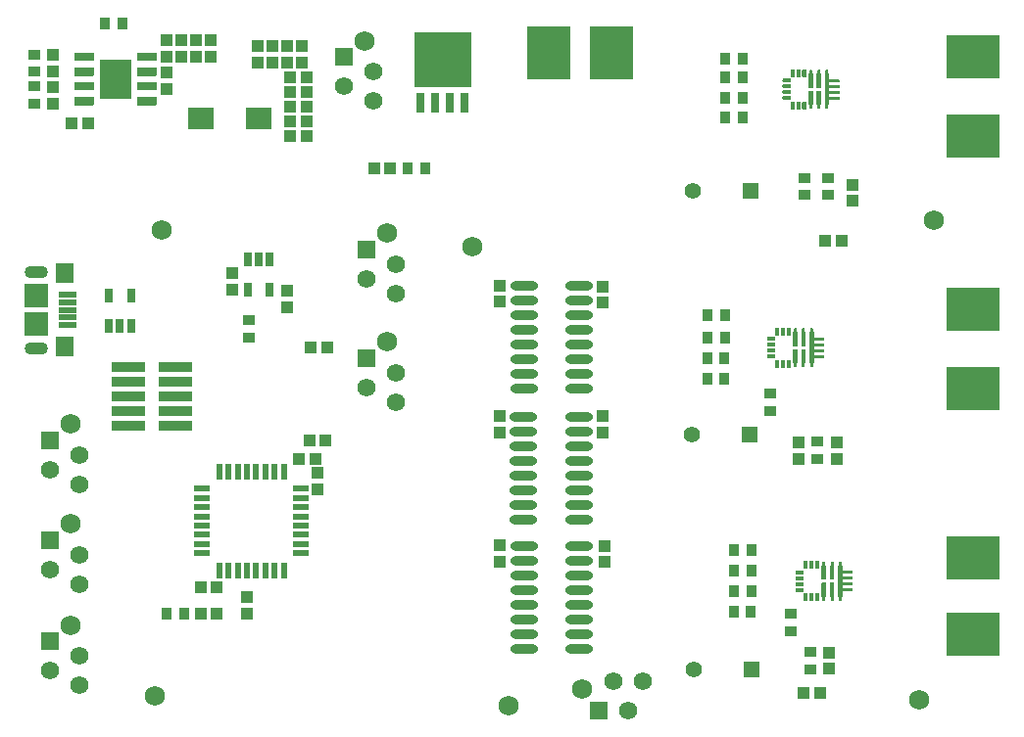
<source format=gts>
G04*
G04 #@! TF.GenerationSoftware,Altium Limited,Altium Designer,21.9.1 (22)*
G04*
G04 Layer_Color=8388736*
%FSLAX42Y42*%
%MOMM*%
G71*
G04*
G04 #@! TF.SameCoordinates,B3A7D64E-7091-44AA-A069-5FD8CBDAA8E7*
G04*
G04*
G04 #@! TF.FilePolarity,Negative*
G04*
G01*
G75*
%ADD24R,1.36X0.50*%
%ADD25R,0.50X1.36*%
%ADD37R,0.70X0.35*%
%ADD38R,0.35X0.70*%
%ADD39R,1.55X0.60*%
%ADD40R,1.60X1.80*%
%ADD41R,2.10X2.10*%
%ADD42R,2.20X1.90*%
%ADD43R,2.90X0.84*%
%ADD44R,0.80X1.20*%
%ADD45R,1.00X1.10*%
%ADD46R,1.10X1.00*%
%ADD47R,0.80X1.82*%
%ADD48R,5.00X4.78*%
%ADD49R,0.90X1.10*%
%ADD50R,1.10X0.90*%
%ADD51R,4.65X3.76*%
%ADD52O,2.40X0.80*%
%ADD53R,3.76X4.65*%
%ADD54O,2.00X1.10*%
%ADD55C,1.73*%
%ADD56R,1.56X1.56*%
%ADD57C,1.56*%
%ADD58C,1.75*%
%ADD59C,1.40*%
%ADD60R,1.40X1.40*%
%ADD61R,1.56X1.56*%
G36*
X3719Y8801D02*
X3720Y8801D01*
X3720Y8801D01*
X3720Y8801D01*
X3720Y8801D01*
X3721Y8801D01*
X3721Y8801D01*
X3721Y8801D01*
X3721Y8801D01*
X3722Y8801D01*
X3722Y8801D01*
X3722Y8801D01*
X3722Y8800D01*
X3722Y8800D01*
X3723Y8800D01*
X3723Y8800D01*
X3723Y8800D01*
X3723Y8799D01*
X3723Y8799D01*
X3723Y8799D01*
X3724Y8799D01*
X3724Y8799D01*
X3724Y8798D01*
X3724Y8798D01*
X3724Y8798D01*
X3724Y8798D01*
X3724Y8797D01*
X3724Y8797D01*
X3724Y8797D01*
X3724Y8796D01*
Y8732D01*
X3724Y8732D01*
X3724Y8732D01*
X3724Y8732D01*
X3724Y8731D01*
X3724Y8731D01*
X3724Y8731D01*
X3724Y8731D01*
X3724Y8730D01*
X3724Y8730D01*
X3723Y8730D01*
X3723Y8730D01*
X3723Y8730D01*
X3723Y8729D01*
X3723Y8729D01*
X3723Y8729D01*
X3722Y8729D01*
X3722Y8729D01*
X3722Y8728D01*
X3722Y8728D01*
X3722Y8728D01*
X3721Y8728D01*
X3721Y8728D01*
X3721Y8728D01*
X3721Y8728D01*
X3720Y8728D01*
X3720Y8728D01*
X3720Y8728D01*
X3720Y8728D01*
X3719Y8728D01*
X3719Y8728D01*
X3560D01*
X3560Y8728D01*
X3560Y8728D01*
X3559Y8728D01*
X3559Y8728D01*
X3559Y8728D01*
X3559Y8728D01*
X3558Y8728D01*
X3558Y8728D01*
X3558Y8728D01*
X3558Y8728D01*
X3557Y8728D01*
X3557Y8728D01*
X3557Y8729D01*
X3557Y8729D01*
X3557Y8729D01*
X3556Y8729D01*
X3556Y8729D01*
X3556Y8730D01*
X3556Y8730D01*
X3556Y8730D01*
X3556Y8730D01*
X3555Y8730D01*
X3555Y8731D01*
X3555Y8731D01*
X3555Y8731D01*
X3555Y8731D01*
X3555Y8732D01*
X3555Y8732D01*
X3555Y8732D01*
X3555Y8732D01*
Y8796D01*
X3555Y8797D01*
X3555Y8797D01*
X3555Y8797D01*
X3555Y8798D01*
X3555Y8798D01*
X3555Y8798D01*
X3555Y8798D01*
X3555Y8799D01*
X3556Y8799D01*
X3556Y8799D01*
X3556Y8799D01*
X3556Y8799D01*
X3556Y8800D01*
X3556Y8800D01*
X3557Y8800D01*
X3557Y8800D01*
X3557Y8800D01*
X3557Y8801D01*
X3557Y8801D01*
X3558Y8801D01*
X3558Y8801D01*
X3558Y8801D01*
X3558Y8801D01*
X3559Y8801D01*
X3559Y8801D01*
X3559Y8801D01*
X3559Y8801D01*
X3560Y8801D01*
X3560Y8801D01*
X3560Y8801D01*
X3719D01*
X3719Y8801D01*
D02*
G37*
G36*
X3179D02*
X3180Y8801D01*
X3180Y8801D01*
X3180Y8801D01*
X3180Y8801D01*
X3181Y8801D01*
X3181Y8801D01*
X3181Y8801D01*
X3181Y8801D01*
X3182Y8801D01*
X3182Y8801D01*
X3182Y8801D01*
X3182Y8800D01*
X3182Y8800D01*
X3183Y8800D01*
X3183Y8800D01*
X3183Y8800D01*
X3183Y8799D01*
X3183Y8799D01*
X3183Y8799D01*
X3184Y8799D01*
X3184Y8799D01*
X3184Y8798D01*
X3184Y8798D01*
X3184Y8798D01*
X3184Y8798D01*
X3184Y8797D01*
X3184Y8797D01*
X3184Y8797D01*
X3184Y8796D01*
Y8732D01*
X3184Y8732D01*
X3184Y8732D01*
X3184Y8732D01*
X3184Y8731D01*
X3184Y8731D01*
X3184Y8731D01*
X3184Y8731D01*
X3184Y8730D01*
X3184Y8730D01*
X3183Y8730D01*
X3183Y8730D01*
X3183Y8730D01*
X3183Y8729D01*
X3183Y8729D01*
X3183Y8729D01*
X3182Y8729D01*
X3182Y8729D01*
X3182Y8728D01*
X3182Y8728D01*
X3182Y8728D01*
X3181Y8728D01*
X3181Y8728D01*
X3181Y8728D01*
X3181Y8728D01*
X3180Y8728D01*
X3180Y8728D01*
X3180Y8728D01*
X3180Y8728D01*
X3179Y8728D01*
X3179Y8728D01*
X3020D01*
X3020Y8728D01*
X3020Y8728D01*
X3019Y8728D01*
X3019Y8728D01*
X3019Y8728D01*
X3019Y8728D01*
X3018Y8728D01*
X3018Y8728D01*
X3018Y8728D01*
X3018Y8728D01*
X3017Y8728D01*
X3017Y8728D01*
X3017Y8729D01*
X3017Y8729D01*
X3017Y8729D01*
X3016Y8729D01*
X3016Y8729D01*
X3016Y8730D01*
X3016Y8730D01*
X3016Y8730D01*
X3016Y8730D01*
X3015Y8730D01*
X3015Y8731D01*
X3015Y8731D01*
X3015Y8731D01*
X3015Y8731D01*
X3015Y8732D01*
X3015Y8732D01*
X3015Y8732D01*
X3015Y8732D01*
Y8796D01*
X3015Y8797D01*
X3015Y8797D01*
X3015Y8797D01*
X3015Y8798D01*
X3015Y8798D01*
X3015Y8798D01*
X3015Y8798D01*
X3015Y8799D01*
X3016Y8799D01*
X3016Y8799D01*
X3016Y8799D01*
X3016Y8799D01*
X3016Y8800D01*
X3016Y8800D01*
X3017Y8800D01*
X3017Y8800D01*
X3017Y8800D01*
X3017Y8801D01*
X3017Y8801D01*
X3018Y8801D01*
X3018Y8801D01*
X3018Y8801D01*
X3018Y8801D01*
X3019Y8801D01*
X3019Y8801D01*
X3019Y8801D01*
X3019Y8801D01*
X3020Y8801D01*
X3020Y8801D01*
X3020Y8801D01*
X3179D01*
X3179Y8801D01*
D02*
G37*
G36*
X3719Y8674D02*
X3720Y8674D01*
X3720Y8674D01*
X3720Y8674D01*
X3720Y8674D01*
X3721Y8674D01*
X3721Y8674D01*
X3721Y8674D01*
X3721Y8674D01*
X3722Y8674D01*
X3722Y8674D01*
X3722Y8674D01*
X3722Y8673D01*
X3722Y8673D01*
X3723Y8673D01*
X3723Y8673D01*
X3723Y8673D01*
X3723Y8672D01*
X3723Y8672D01*
X3723Y8672D01*
X3724Y8672D01*
X3724Y8672D01*
X3724Y8671D01*
X3724Y8671D01*
X3724Y8671D01*
X3724Y8671D01*
X3724Y8670D01*
X3724Y8670D01*
X3724Y8670D01*
X3724Y8669D01*
Y8606D01*
X3724Y8605D01*
X3724Y8605D01*
X3724Y8605D01*
X3724Y8604D01*
X3724Y8604D01*
X3724Y8604D01*
X3724Y8604D01*
X3724Y8603D01*
X3724Y8603D01*
X3723Y8603D01*
X3723Y8603D01*
X3723Y8603D01*
X3723Y8602D01*
X3723Y8602D01*
X3723Y8602D01*
X3722Y8602D01*
X3722Y8602D01*
X3722Y8601D01*
X3722Y8601D01*
X3722Y8601D01*
X3721Y8601D01*
X3721Y8601D01*
X3721Y8601D01*
X3721Y8601D01*
X3720Y8601D01*
X3720Y8601D01*
X3720Y8601D01*
X3720Y8601D01*
X3719Y8601D01*
X3719Y8600D01*
X3560D01*
X3560Y8601D01*
X3560Y8601D01*
X3559Y8601D01*
X3559Y8601D01*
X3559Y8601D01*
X3559Y8601D01*
X3558Y8601D01*
X3558Y8601D01*
X3558Y8601D01*
X3558Y8601D01*
X3557Y8601D01*
X3557Y8601D01*
X3557Y8602D01*
X3557Y8602D01*
X3557Y8602D01*
X3556Y8602D01*
X3556Y8602D01*
X3556Y8603D01*
X3556Y8603D01*
X3556Y8603D01*
X3556Y8603D01*
X3555Y8603D01*
X3555Y8604D01*
X3555Y8604D01*
X3555Y8604D01*
X3555Y8604D01*
X3555Y8605D01*
X3555Y8605D01*
X3555Y8605D01*
X3555Y8606D01*
Y8669D01*
X3555Y8670D01*
X3555Y8670D01*
X3555Y8670D01*
X3555Y8671D01*
X3555Y8671D01*
X3555Y8671D01*
X3555Y8671D01*
X3555Y8672D01*
X3556Y8672D01*
X3556Y8672D01*
X3556Y8672D01*
X3556Y8672D01*
X3556Y8673D01*
X3556Y8673D01*
X3557Y8673D01*
X3557Y8673D01*
X3557Y8673D01*
X3557Y8674D01*
X3557Y8674D01*
X3558Y8674D01*
X3558Y8674D01*
X3558Y8674D01*
X3558Y8674D01*
X3559Y8674D01*
X3559Y8674D01*
X3559Y8674D01*
X3559Y8674D01*
X3560Y8674D01*
X3560Y8674D01*
X3560Y8675D01*
X3719D01*
X3719Y8674D01*
D02*
G37*
G36*
X3179D02*
X3180Y8674D01*
X3180Y8674D01*
X3180Y8674D01*
X3180Y8674D01*
X3181Y8674D01*
X3181Y8674D01*
X3181Y8674D01*
X3181Y8674D01*
X3182Y8674D01*
X3182Y8674D01*
X3182Y8674D01*
X3182Y8673D01*
X3182Y8673D01*
X3183Y8673D01*
X3183Y8673D01*
X3183Y8673D01*
X3183Y8672D01*
X3183Y8672D01*
X3183Y8672D01*
X3184Y8672D01*
X3184Y8672D01*
X3184Y8671D01*
X3184Y8671D01*
X3184Y8671D01*
X3184Y8671D01*
X3184Y8670D01*
X3184Y8670D01*
X3184Y8670D01*
X3184Y8669D01*
Y8606D01*
X3184Y8605D01*
X3184Y8605D01*
X3184Y8605D01*
X3184Y8604D01*
X3184Y8604D01*
X3184Y8604D01*
X3184Y8604D01*
X3184Y8603D01*
X3184Y8603D01*
X3183Y8603D01*
X3183Y8603D01*
X3183Y8603D01*
X3183Y8602D01*
X3183Y8602D01*
X3183Y8602D01*
X3182Y8602D01*
X3182Y8602D01*
X3182Y8601D01*
X3182Y8601D01*
X3182Y8601D01*
X3181Y8601D01*
X3181Y8601D01*
X3181Y8601D01*
X3181Y8601D01*
X3180Y8601D01*
X3180Y8601D01*
X3180Y8601D01*
X3180Y8601D01*
X3179Y8601D01*
X3179Y8600D01*
X3020D01*
X3020Y8601D01*
X3020Y8601D01*
X3019Y8601D01*
X3019Y8601D01*
X3019Y8601D01*
X3019Y8601D01*
X3018Y8601D01*
X3018Y8601D01*
X3018Y8601D01*
X3018Y8601D01*
X3017Y8601D01*
X3017Y8601D01*
X3017Y8602D01*
X3017Y8602D01*
X3017Y8602D01*
X3016Y8602D01*
X3016Y8602D01*
X3016Y8603D01*
X3016Y8603D01*
X3016Y8603D01*
X3016Y8603D01*
X3015Y8603D01*
X3015Y8604D01*
X3015Y8604D01*
X3015Y8604D01*
X3015Y8604D01*
X3015Y8605D01*
X3015Y8605D01*
X3015Y8605D01*
X3015Y8606D01*
Y8669D01*
X3015Y8670D01*
X3015Y8670D01*
X3015Y8670D01*
X3015Y8671D01*
X3015Y8671D01*
X3015Y8671D01*
X3015Y8671D01*
X3015Y8672D01*
X3016Y8672D01*
X3016Y8672D01*
X3016Y8672D01*
X3016Y8672D01*
X3016Y8673D01*
X3016Y8673D01*
X3017Y8673D01*
X3017Y8673D01*
X3017Y8673D01*
X3017Y8674D01*
X3017Y8674D01*
X3018Y8674D01*
X3018Y8674D01*
X3018Y8674D01*
X3018Y8674D01*
X3019Y8674D01*
X3019Y8674D01*
X3019Y8674D01*
X3019Y8674D01*
X3020Y8674D01*
X3020Y8674D01*
X3020Y8675D01*
X3179D01*
X3179Y8674D01*
D02*
G37*
G36*
X9338Y8649D02*
Y8599D01*
X9328Y8589D01*
X9313D01*
X9303Y8599D01*
Y8649D01*
X9313Y8659D01*
X9328D01*
X9338Y8649D01*
D02*
G37*
G36*
X9288D02*
Y8599D01*
X9278Y8589D01*
X9263D01*
X9253Y8599D01*
Y8649D01*
X9263Y8659D01*
X9278D01*
X9288Y8649D01*
D02*
G37*
G36*
X9238D02*
Y8599D01*
X9228Y8589D01*
X9213D01*
X9203Y8599D01*
Y8649D01*
X9213Y8659D01*
X9228D01*
X9238Y8649D01*
D02*
G37*
G36*
X9203Y8566D02*
Y8551D01*
X9193Y8541D01*
X9143D01*
X9133Y8551D01*
Y8566D01*
X9143Y8576D01*
X9193D01*
X9203Y8566D01*
D02*
G37*
G36*
X9461Y8649D02*
X9461Y8619D01*
X9468D01*
Y8501D01*
X9463Y8496D01*
X9433Y8496D01*
X9428Y8501D01*
Y8619D01*
X9436D01*
Y8649D01*
X9441Y8654D01*
X9456D01*
X9461Y8649D01*
D02*
G37*
G36*
X9391D02*
Y8619D01*
X9398D01*
X9398Y8501D01*
X9393Y8496D01*
X9363Y8496D01*
X9358Y8501D01*
Y8619D01*
X9366D01*
Y8649D01*
X9371Y8654D01*
X9386D01*
X9391Y8649D01*
D02*
G37*
G36*
X9203Y8516D02*
Y8501D01*
X9193Y8491D01*
X9143D01*
X9133Y8501D01*
Y8516D01*
X9143Y8526D01*
X9193D01*
X9203Y8516D01*
D02*
G37*
G36*
X3719Y8547D02*
X3720Y8547D01*
X3720Y8547D01*
X3720Y8547D01*
X3720Y8547D01*
X3721Y8547D01*
X3721Y8547D01*
X3721Y8547D01*
X3721Y8547D01*
X3722Y8547D01*
X3722Y8547D01*
X3722Y8547D01*
X3722Y8546D01*
X3722Y8546D01*
X3723Y8546D01*
X3723Y8546D01*
X3723Y8546D01*
X3723Y8545D01*
X3723Y8545D01*
X3723Y8545D01*
X3724Y8545D01*
X3724Y8545D01*
X3724Y8544D01*
X3724Y8544D01*
X3724Y8544D01*
X3724Y8544D01*
X3724Y8543D01*
X3724Y8543D01*
X3724Y8543D01*
X3724Y8543D01*
Y8479D01*
X3724Y8478D01*
X3724Y8478D01*
X3724Y8478D01*
X3724Y8477D01*
X3724Y8477D01*
X3724Y8477D01*
X3724Y8477D01*
X3724Y8476D01*
X3724Y8476D01*
X3723Y8476D01*
X3723Y8476D01*
X3723Y8476D01*
X3723Y8475D01*
X3723Y8475D01*
X3723Y8475D01*
X3722Y8475D01*
X3722Y8475D01*
X3722Y8474D01*
X3722Y8474D01*
X3722Y8474D01*
X3721Y8474D01*
X3721Y8474D01*
X3721Y8474D01*
X3721Y8474D01*
X3720Y8474D01*
X3720Y8474D01*
X3720Y8474D01*
X3720Y8474D01*
X3719Y8474D01*
X3719Y8474D01*
X3560D01*
X3560Y8474D01*
X3560Y8474D01*
X3559Y8474D01*
X3559Y8474D01*
X3559Y8474D01*
X3559Y8474D01*
X3558Y8474D01*
X3558Y8474D01*
X3558Y8474D01*
X3558Y8474D01*
X3557Y8474D01*
X3557Y8474D01*
X3557Y8475D01*
X3557Y8475D01*
X3557Y8475D01*
X3556Y8475D01*
X3556Y8475D01*
X3556Y8476D01*
X3556Y8476D01*
X3556Y8476D01*
X3556Y8476D01*
X3555Y8476D01*
X3555Y8477D01*
X3555Y8477D01*
X3555Y8477D01*
X3555Y8477D01*
X3555Y8478D01*
X3555Y8478D01*
X3555Y8478D01*
X3555Y8479D01*
Y8543D01*
X3555Y8543D01*
X3555Y8543D01*
X3555Y8543D01*
X3555Y8544D01*
X3555Y8544D01*
X3555Y8544D01*
X3555Y8544D01*
X3555Y8545D01*
X3556Y8545D01*
X3556Y8545D01*
X3556Y8545D01*
X3556Y8545D01*
X3556Y8546D01*
X3556Y8546D01*
X3557Y8546D01*
X3557Y8546D01*
X3557Y8546D01*
X3557Y8547D01*
X3557Y8547D01*
X3558Y8547D01*
X3558Y8547D01*
X3558Y8547D01*
X3558Y8547D01*
X3559Y8547D01*
X3559Y8547D01*
X3559Y8547D01*
X3559Y8547D01*
X3560Y8547D01*
X3560Y8547D01*
X3560Y8547D01*
X3719D01*
X3719Y8547D01*
D02*
G37*
G36*
X3179D02*
X3180Y8547D01*
X3180Y8547D01*
X3180Y8547D01*
X3180Y8547D01*
X3181Y8547D01*
X3181Y8547D01*
X3181Y8547D01*
X3181Y8547D01*
X3182Y8547D01*
X3182Y8547D01*
X3182Y8547D01*
X3182Y8546D01*
X3182Y8546D01*
X3183Y8546D01*
X3183Y8546D01*
X3183Y8546D01*
X3183Y8545D01*
X3183Y8545D01*
X3183Y8545D01*
X3184Y8545D01*
X3184Y8545D01*
X3184Y8544D01*
X3184Y8544D01*
X3184Y8544D01*
X3184Y8544D01*
X3184Y8543D01*
X3184Y8543D01*
X3184Y8543D01*
X3184Y8543D01*
Y8479D01*
X3184Y8478D01*
X3184Y8478D01*
X3184Y8478D01*
X3184Y8477D01*
X3184Y8477D01*
X3184Y8477D01*
X3184Y8477D01*
X3184Y8476D01*
X3184Y8476D01*
X3183Y8476D01*
X3183Y8476D01*
X3183Y8476D01*
X3183Y8475D01*
X3183Y8475D01*
X3183Y8475D01*
X3182Y8475D01*
X3182Y8475D01*
X3182Y8474D01*
X3182Y8474D01*
X3182Y8474D01*
X3181Y8474D01*
X3181Y8474D01*
X3181Y8474D01*
X3181Y8474D01*
X3180Y8474D01*
X3180Y8474D01*
X3180Y8474D01*
X3180Y8474D01*
X3179Y8474D01*
X3179Y8474D01*
X3020D01*
X3020Y8474D01*
X3020Y8474D01*
X3019Y8474D01*
X3019Y8474D01*
X3019Y8474D01*
X3019Y8474D01*
X3018Y8474D01*
X3018Y8474D01*
X3018Y8474D01*
X3018Y8474D01*
X3017Y8474D01*
X3017Y8474D01*
X3017Y8475D01*
X3017Y8475D01*
X3017Y8475D01*
X3016Y8475D01*
X3016Y8475D01*
X3016Y8476D01*
X3016Y8476D01*
X3016Y8476D01*
X3016Y8476D01*
X3015Y8476D01*
X3015Y8477D01*
X3015Y8477D01*
X3015Y8477D01*
X3015Y8477D01*
X3015Y8478D01*
X3015Y8478D01*
X3015Y8478D01*
X3015Y8479D01*
Y8543D01*
X3015Y8543D01*
X3015Y8543D01*
X3015Y8543D01*
X3015Y8544D01*
X3015Y8544D01*
X3015Y8544D01*
X3015Y8544D01*
X3015Y8545D01*
X3016Y8545D01*
X3016Y8545D01*
X3016Y8545D01*
X3016Y8545D01*
X3016Y8546D01*
X3016Y8546D01*
X3017Y8546D01*
X3017Y8546D01*
X3017Y8546D01*
X3017Y8547D01*
X3017Y8547D01*
X3018Y8547D01*
X3018Y8547D01*
X3018Y8547D01*
X3018Y8547D01*
X3019Y8547D01*
X3019Y8547D01*
X3019Y8547D01*
X3019Y8547D01*
X3020Y8547D01*
X3020Y8547D01*
X3020Y8547D01*
X3179D01*
X3179Y8547D01*
D02*
G37*
G36*
X9203Y8466D02*
Y8451D01*
X9193Y8441D01*
X9143D01*
X9133Y8451D01*
Y8466D01*
X9143Y8476D01*
X9193D01*
X9203Y8466D01*
D02*
G37*
G36*
X3505Y8404D02*
X3234D01*
Y8744D01*
X3505D01*
Y8404D01*
D02*
G37*
G36*
X9203Y8416D02*
Y8401D01*
X9193Y8391D01*
X9143D01*
X9133Y8401D01*
Y8416D01*
X9143Y8426D01*
X9193D01*
X9203Y8416D01*
D02*
G37*
G36*
X3719Y8420D02*
X3720Y8420D01*
X3720Y8420D01*
X3720Y8420D01*
X3720Y8420D01*
X3721Y8420D01*
X3721Y8420D01*
X3721Y8420D01*
X3721Y8420D01*
X3722Y8420D01*
X3722Y8420D01*
X3722Y8420D01*
X3722Y8419D01*
X3722Y8419D01*
X3723Y8419D01*
X3723Y8419D01*
X3723Y8419D01*
X3723Y8418D01*
X3723Y8418D01*
X3723Y8418D01*
X3724Y8418D01*
X3724Y8418D01*
X3724Y8417D01*
X3724Y8417D01*
X3724Y8417D01*
X3724Y8417D01*
X3724Y8416D01*
X3724Y8416D01*
X3724Y8416D01*
X3724Y8415D01*
Y8351D01*
X3724Y8351D01*
X3724Y8351D01*
X3724Y8351D01*
X3724Y8350D01*
X3724Y8350D01*
X3724Y8350D01*
X3724Y8350D01*
X3724Y8349D01*
X3724Y8349D01*
X3723Y8349D01*
X3723Y8349D01*
X3723Y8349D01*
X3723Y8348D01*
X3723Y8348D01*
X3723Y8348D01*
X3722Y8348D01*
X3722Y8348D01*
X3722Y8347D01*
X3722Y8347D01*
X3722Y8347D01*
X3721Y8347D01*
X3721Y8347D01*
X3721Y8347D01*
X3721Y8347D01*
X3720Y8347D01*
X3720Y8347D01*
X3720Y8347D01*
X3720Y8347D01*
X3719Y8347D01*
X3719Y8346D01*
X3560D01*
X3560Y8347D01*
X3560Y8347D01*
X3559Y8347D01*
X3559Y8347D01*
X3559Y8347D01*
X3559Y8347D01*
X3558Y8347D01*
X3558Y8347D01*
X3558Y8347D01*
X3558Y8347D01*
X3557Y8347D01*
X3557Y8347D01*
X3557Y8348D01*
X3557Y8348D01*
X3557Y8348D01*
X3556Y8348D01*
X3556Y8348D01*
X3556Y8349D01*
X3556Y8349D01*
X3556Y8349D01*
X3556Y8349D01*
X3555Y8349D01*
X3555Y8350D01*
X3555Y8350D01*
X3555Y8350D01*
X3555Y8350D01*
X3555Y8351D01*
X3555Y8351D01*
X3555Y8351D01*
X3555Y8351D01*
Y8415D01*
X3555Y8416D01*
X3555Y8416D01*
X3555Y8416D01*
X3555Y8417D01*
X3555Y8417D01*
X3555Y8417D01*
X3555Y8417D01*
X3555Y8418D01*
X3556Y8418D01*
X3556Y8418D01*
X3556Y8418D01*
X3556Y8418D01*
X3556Y8419D01*
X3556Y8419D01*
X3557Y8419D01*
X3557Y8419D01*
X3557Y8419D01*
X3557Y8420D01*
X3557Y8420D01*
X3558Y8420D01*
X3558Y8420D01*
X3558Y8420D01*
X3558Y8420D01*
X3559Y8420D01*
X3559Y8420D01*
X3559Y8420D01*
X3559Y8420D01*
X3560Y8420D01*
X3560Y8420D01*
X3560Y8421D01*
X3719D01*
X3719Y8420D01*
D02*
G37*
G36*
X3179D02*
X3180Y8420D01*
X3180Y8420D01*
X3180Y8420D01*
X3180Y8420D01*
X3181Y8420D01*
X3181Y8420D01*
X3181Y8420D01*
X3181Y8420D01*
X3182Y8420D01*
X3182Y8420D01*
X3182Y8420D01*
X3182Y8419D01*
X3182Y8419D01*
X3183Y8419D01*
X3183Y8419D01*
X3183Y8419D01*
X3183Y8418D01*
X3183Y8418D01*
X3183Y8418D01*
X3184Y8418D01*
X3184Y8418D01*
X3184Y8417D01*
X3184Y8417D01*
X3184Y8417D01*
X3184Y8417D01*
X3184Y8416D01*
X3184Y8416D01*
X3184Y8416D01*
X3184Y8415D01*
Y8351D01*
X3184Y8351D01*
X3184Y8351D01*
X3184Y8351D01*
X3184Y8350D01*
X3184Y8350D01*
X3184Y8350D01*
X3184Y8350D01*
X3184Y8349D01*
X3184Y8349D01*
X3183Y8349D01*
X3183Y8349D01*
X3183Y8349D01*
X3183Y8348D01*
X3183Y8348D01*
X3183Y8348D01*
X3182Y8348D01*
X3182Y8348D01*
X3182Y8347D01*
X3182Y8347D01*
X3182Y8347D01*
X3181Y8347D01*
X3181Y8347D01*
X3181Y8347D01*
X3181Y8347D01*
X3180Y8347D01*
X3180Y8347D01*
X3180Y8347D01*
X3180Y8347D01*
X3179Y8347D01*
X3179Y8346D01*
X3020D01*
X3020Y8347D01*
X3020Y8347D01*
X3019Y8347D01*
X3019Y8347D01*
X3019Y8347D01*
X3019Y8347D01*
X3018Y8347D01*
X3018Y8347D01*
X3018Y8347D01*
X3018Y8347D01*
X3017Y8347D01*
X3017Y8347D01*
X3017Y8348D01*
X3017Y8348D01*
X3017Y8348D01*
X3016Y8348D01*
X3016Y8348D01*
X3016Y8349D01*
X3016Y8349D01*
X3016Y8349D01*
X3016Y8349D01*
X3015Y8349D01*
X3015Y8350D01*
X3015Y8350D01*
X3015Y8350D01*
X3015Y8350D01*
X3015Y8351D01*
X3015Y8351D01*
X3015Y8351D01*
X3015Y8351D01*
Y8415D01*
X3015Y8416D01*
X3015Y8416D01*
X3015Y8416D01*
X3015Y8417D01*
X3015Y8417D01*
X3015Y8417D01*
X3015Y8417D01*
X3015Y8418D01*
X3016Y8418D01*
X3016Y8418D01*
X3016Y8418D01*
X3016Y8418D01*
X3016Y8419D01*
X3016Y8419D01*
X3017Y8419D01*
X3017Y8419D01*
X3017Y8419D01*
X3017Y8420D01*
X3017Y8420D01*
X3018Y8420D01*
X3018Y8420D01*
X3018Y8420D01*
X3018Y8420D01*
X3019Y8420D01*
X3019Y8420D01*
X3019Y8420D01*
X3019Y8420D01*
X3020Y8420D01*
X3020Y8420D01*
X3020Y8421D01*
X3179D01*
X3179Y8420D01*
D02*
G37*
G36*
X9463Y8471D02*
X9468Y8466D01*
Y8349D01*
X9461D01*
Y8319D01*
X9456Y8314D01*
X9441D01*
X9436Y8319D01*
X9436Y8349D01*
X9428D01*
Y8466D01*
X9433Y8471D01*
X9463Y8471D01*
D02*
G37*
G36*
X9531Y8649D02*
Y8619D01*
X9538D01*
Y8571D01*
X9623D01*
X9628Y8566D01*
Y8551D01*
X9623Y8546D01*
X9538D01*
Y8521D01*
X9623D01*
X9628Y8516D01*
Y8501D01*
X9623Y8496D01*
X9538D01*
Y8471D01*
X9623D01*
X9628Y8466D01*
Y8451D01*
X9623Y8446D01*
X9538D01*
Y8421D01*
X9623D01*
X9628Y8416D01*
Y8401D01*
X9623Y8396D01*
X9538D01*
Y8349D01*
X9531D01*
Y8319D01*
X9526Y8314D01*
X9511D01*
X9506Y8319D01*
Y8349D01*
X9498D01*
Y8619D01*
X9506D01*
X9506Y8649D01*
X9511Y8654D01*
X9526D01*
X9531Y8649D01*
D02*
G37*
G36*
X9393Y8471D02*
X9398Y8466D01*
Y8349D01*
X9391D01*
X9391Y8319D01*
X9386Y8314D01*
X9371D01*
X9366Y8319D01*
X9366Y8349D01*
X9358D01*
Y8466D01*
X9363Y8471D01*
X9393Y8471D01*
D02*
G37*
G36*
X9338Y8369D02*
Y8319D01*
X9328Y8309D01*
X9313D01*
X9303Y8319D01*
Y8369D01*
X9313Y8379D01*
X9328D01*
X9338Y8369D01*
D02*
G37*
G36*
X9288D02*
Y8319D01*
X9278Y8309D01*
X9263D01*
X9253Y8319D01*
Y8369D01*
X9263Y8379D01*
X9278D01*
X9288Y8369D01*
D02*
G37*
G36*
X9238D02*
Y8319D01*
X9228Y8309D01*
X9213D01*
X9203Y8319D01*
Y8369D01*
X9213Y8379D01*
X9228D01*
X9238Y8369D01*
D02*
G37*
G36*
X9206Y6413D02*
Y6363D01*
X9196Y6353D01*
X9181D01*
X9171Y6363D01*
Y6413D01*
X9181Y6423D01*
X9196D01*
X9206Y6413D01*
D02*
G37*
G36*
X9156D02*
Y6363D01*
X9146Y6353D01*
X9131D01*
X9121Y6363D01*
Y6413D01*
X9131Y6423D01*
X9146D01*
X9156Y6413D01*
D02*
G37*
G36*
X9106D02*
Y6363D01*
X9096Y6353D01*
X9081D01*
X9071Y6363D01*
Y6413D01*
X9081Y6423D01*
X9096D01*
X9106Y6413D01*
D02*
G37*
G36*
X9071Y6331D02*
Y6316D01*
X9061Y6306D01*
X9011D01*
X9001Y6316D01*
Y6331D01*
X9011Y6341D01*
X9061D01*
X9071Y6331D01*
D02*
G37*
G36*
X9328Y6413D02*
X9328Y6383D01*
X9336D01*
Y6266D01*
X9331Y6261D01*
X9301Y6261D01*
X9296Y6266D01*
Y6383D01*
X9303D01*
Y6413D01*
X9308Y6418D01*
X9323D01*
X9328Y6413D01*
D02*
G37*
G36*
X9258D02*
Y6383D01*
X9266D01*
X9266Y6266D01*
X9261Y6261D01*
X9231Y6261D01*
X9226Y6266D01*
Y6383D01*
X9233D01*
Y6413D01*
X9238Y6418D01*
X9253D01*
X9258Y6413D01*
D02*
G37*
G36*
X9071Y6281D02*
Y6266D01*
X9061Y6256D01*
X9011D01*
X9001Y6266D01*
Y6281D01*
X9011Y6291D01*
X9061D01*
X9071Y6281D01*
D02*
G37*
G36*
Y6231D02*
Y6216D01*
X9061Y6206D01*
X9011D01*
X9001Y6216D01*
Y6231D01*
X9011Y6241D01*
X9061D01*
X9071Y6231D01*
D02*
G37*
G36*
Y6181D02*
Y6166D01*
X9061Y6156D01*
X9011D01*
X9001Y6166D01*
Y6181D01*
X9011Y6191D01*
X9061D01*
X9071Y6181D01*
D02*
G37*
G36*
X9331Y6236D02*
X9336Y6231D01*
Y6113D01*
X9328D01*
Y6083D01*
X9323Y6078D01*
X9308D01*
X9303Y6083D01*
X9303Y6113D01*
X9296D01*
Y6231D01*
X9301Y6236D01*
X9331Y6236D01*
D02*
G37*
G36*
X9398Y6413D02*
Y6383D01*
X9406D01*
Y6336D01*
X9491D01*
X9496Y6331D01*
Y6316D01*
X9491Y6311D01*
X9406D01*
Y6286D01*
X9491D01*
X9496Y6281D01*
Y6266D01*
X9491Y6261D01*
X9406D01*
Y6236D01*
X9491D01*
X9496Y6231D01*
Y6216D01*
X9491Y6211D01*
X9406D01*
Y6186D01*
X9491D01*
X9496Y6181D01*
Y6166D01*
X9491Y6161D01*
X9406D01*
Y6113D01*
X9398D01*
Y6083D01*
X9393Y6078D01*
X9378D01*
X9373Y6083D01*
Y6113D01*
X9366D01*
Y6383D01*
X9373D01*
X9373Y6413D01*
X9378Y6418D01*
X9393D01*
X9398Y6413D01*
D02*
G37*
G36*
X9261Y6236D02*
X9266Y6231D01*
Y6113D01*
X9258D01*
X9258Y6083D01*
X9253Y6078D01*
X9238D01*
X9233Y6083D01*
X9233Y6113D01*
X9226D01*
Y6231D01*
X9231Y6236D01*
X9261Y6236D01*
D02*
G37*
G36*
X9206Y6133D02*
Y6083D01*
X9196Y6073D01*
X9181D01*
X9171Y6083D01*
Y6133D01*
X9181Y6143D01*
X9196D01*
X9206Y6133D01*
D02*
G37*
G36*
X9156D02*
Y6083D01*
X9146Y6073D01*
X9131D01*
X9121Y6083D01*
Y6133D01*
X9131Y6143D01*
X9146D01*
X9156Y6133D01*
D02*
G37*
G36*
X9106D02*
Y6083D01*
X9096Y6073D01*
X9081D01*
X9071Y6083D01*
Y6133D01*
X9081Y6143D01*
X9096D01*
X9106Y6133D01*
D02*
G37*
G36*
X9452Y4394D02*
Y4344D01*
X9442Y4334D01*
X9427D01*
X9417Y4344D01*
Y4394D01*
X9427Y4404D01*
X9442D01*
X9452Y4394D01*
D02*
G37*
G36*
X9402D02*
Y4344D01*
X9392Y4334D01*
X9377D01*
X9367Y4344D01*
Y4394D01*
X9377Y4404D01*
X9392D01*
X9402Y4394D01*
D02*
G37*
G36*
X9352D02*
Y4344D01*
X9342Y4334D01*
X9327D01*
X9317Y4344D01*
Y4394D01*
X9327Y4404D01*
X9342D01*
X9352Y4394D01*
D02*
G37*
G36*
X9317Y4312D02*
Y4297D01*
X9307Y4287D01*
X9257D01*
X9247Y4297D01*
Y4312D01*
X9257Y4322D01*
X9307D01*
X9317Y4312D01*
D02*
G37*
G36*
X9575Y4394D02*
X9575Y4364D01*
X9582D01*
Y4247D01*
X9577Y4242D01*
X9547Y4242D01*
X9542Y4247D01*
Y4364D01*
X9550D01*
Y4394D01*
X9555Y4399D01*
X9570D01*
X9575Y4394D01*
D02*
G37*
G36*
X9505D02*
Y4364D01*
X9512D01*
X9512Y4247D01*
X9507Y4242D01*
X9477Y4242D01*
X9472Y4247D01*
Y4364D01*
X9480D01*
Y4394D01*
X9485Y4399D01*
X9500D01*
X9505Y4394D01*
D02*
G37*
G36*
X9317Y4262D02*
Y4247D01*
X9307Y4237D01*
X9257D01*
X9247Y4247D01*
Y4262D01*
X9257Y4272D01*
X9307D01*
X9317Y4262D01*
D02*
G37*
G36*
Y4212D02*
Y4197D01*
X9307Y4187D01*
X9257D01*
X9247Y4197D01*
Y4212D01*
X9257Y4222D01*
X9307D01*
X9317Y4212D01*
D02*
G37*
G36*
Y4162D02*
Y4147D01*
X9307Y4137D01*
X9257D01*
X9247Y4147D01*
Y4162D01*
X9257Y4172D01*
X9307D01*
X9317Y4162D01*
D02*
G37*
G36*
X9577Y4217D02*
X9582Y4212D01*
Y4094D01*
X9575D01*
Y4064D01*
X9570Y4059D01*
X9555D01*
X9550Y4064D01*
X9550Y4094D01*
X9542D01*
Y4212D01*
X9547Y4217D01*
X9577Y4217D01*
D02*
G37*
G36*
X9645Y4394D02*
Y4364D01*
X9652D01*
Y4317D01*
X9737D01*
X9742Y4312D01*
Y4297D01*
X9737Y4292D01*
X9652D01*
Y4267D01*
X9737D01*
X9742Y4262D01*
Y4247D01*
X9737Y4242D01*
X9652D01*
Y4217D01*
X9737D01*
X9742Y4212D01*
Y4197D01*
X9737Y4192D01*
X9652D01*
Y4167D01*
X9737D01*
X9742Y4162D01*
Y4147D01*
X9737Y4142D01*
X9652D01*
Y4094D01*
X9645D01*
Y4064D01*
X9640Y4059D01*
X9625D01*
X9620Y4064D01*
Y4094D01*
X9612D01*
Y4364D01*
X9620D01*
X9620Y4394D01*
X9625Y4399D01*
X9640D01*
X9645Y4394D01*
D02*
G37*
G36*
X9507Y4217D02*
X9512Y4212D01*
Y4094D01*
X9505D01*
X9505Y4064D01*
X9500Y4059D01*
X9485D01*
X9480Y4064D01*
X9480Y4094D01*
X9472D01*
Y4212D01*
X9477Y4217D01*
X9507Y4217D01*
D02*
G37*
G36*
X9452Y4114D02*
Y4064D01*
X9442Y4054D01*
X9427D01*
X9417Y4064D01*
Y4114D01*
X9427Y4124D01*
X9442D01*
X9452Y4114D01*
D02*
G37*
G36*
X9402D02*
Y4064D01*
X9392Y4054D01*
X9377D01*
X9367Y4064D01*
Y4114D01*
X9377Y4124D01*
X9392D01*
X9402Y4114D01*
D02*
G37*
G36*
X9352D02*
Y4064D01*
X9342Y4054D01*
X9327D01*
X9317Y4064D01*
Y4114D01*
X9327Y4124D01*
X9342D01*
X9352Y4114D01*
D02*
G37*
D24*
X4119Y4470D02*
D03*
Y4550D02*
D03*
Y4630D02*
D03*
Y4710D02*
D03*
Y4790D02*
D03*
Y4870D02*
D03*
Y4950D02*
D03*
Y5030D02*
D03*
X4974D02*
D03*
Y4950D02*
D03*
Y4870D02*
D03*
Y4790D02*
D03*
Y4710D02*
D03*
Y4630D02*
D03*
Y4550D02*
D03*
Y4470D02*
D03*
D25*
X4267Y5177D02*
D03*
X4347D02*
D03*
X4427D02*
D03*
X4507D02*
D03*
X4587D02*
D03*
X4667D02*
D03*
X4747D02*
D03*
X4827D02*
D03*
Y4322D02*
D03*
X4747D02*
D03*
X4667D02*
D03*
X4587D02*
D03*
X4507D02*
D03*
X4427D02*
D03*
X4347D02*
D03*
X4267D02*
D03*
D37*
X9168Y8409D02*
D03*
Y8459D02*
D03*
Y8509D02*
D03*
Y8559D02*
D03*
X9036Y6323D02*
D03*
Y6273D02*
D03*
Y6223D02*
D03*
Y6173D02*
D03*
X9282Y4154D02*
D03*
Y4204D02*
D03*
Y4254D02*
D03*
Y4304D02*
D03*
D38*
X9221Y8624D02*
D03*
X9271D02*
D03*
X9321D02*
D03*
Y8344D02*
D03*
X9271D02*
D03*
X9221D02*
D03*
X9088Y6108D02*
D03*
X9138D02*
D03*
X9188D02*
D03*
Y6388D02*
D03*
X9138D02*
D03*
X9088D02*
D03*
X9335Y4369D02*
D03*
X9385D02*
D03*
X9435D02*
D03*
Y4089D02*
D03*
X9385D02*
D03*
X9335D02*
D03*
D39*
X2956Y6706D02*
D03*
Y6641D02*
D03*
Y6576D02*
D03*
Y6511D02*
D03*
Y6446D02*
D03*
D40*
X2934Y6896D02*
D03*
Y6256D02*
D03*
D41*
X2689Y6696D02*
D03*
Y6456D02*
D03*
D42*
X4106Y8230D02*
D03*
X4606D02*
D03*
D43*
X3886Y5575D02*
D03*
X3480D02*
D03*
X3886Y5702D02*
D03*
X3480D02*
D03*
X3886Y5829D02*
D03*
X3480D02*
D03*
X3886Y5956D02*
D03*
X3480D02*
D03*
X3886Y6083D02*
D03*
X3480D02*
D03*
D44*
X4705Y6750D02*
D03*
X4515D02*
D03*
X4705Y7010D02*
D03*
X4610D02*
D03*
X4515D02*
D03*
X3315Y6699D02*
D03*
X3505D02*
D03*
X3315Y6439D02*
D03*
X3410D02*
D03*
X3505D02*
D03*
D45*
X4883Y8077D02*
D03*
X5023D02*
D03*
X4883Y8204D02*
D03*
X5023D02*
D03*
X4883Y8331D02*
D03*
X5023D02*
D03*
X4883Y8458D02*
D03*
X5023D02*
D03*
X4883Y8585D02*
D03*
X5023D02*
D03*
X2991Y8192D02*
D03*
X3131D02*
D03*
X5607Y7798D02*
D03*
X5747D02*
D03*
X9458Y3264D02*
D03*
X9318D02*
D03*
X9643Y7175D02*
D03*
X9503D02*
D03*
X4248Y3950D02*
D03*
X4108D02*
D03*
X5201Y6248D02*
D03*
X5061D02*
D03*
X4108Y4178D02*
D03*
X4248D02*
D03*
X5188Y5448D02*
D03*
X5048D02*
D03*
X5099Y5283D02*
D03*
X4959D02*
D03*
D46*
X4978Y8858D02*
D03*
Y8718D02*
D03*
X4851Y8858D02*
D03*
Y8718D02*
D03*
X4724Y8858D02*
D03*
Y8718D02*
D03*
X4597Y8858D02*
D03*
Y8718D02*
D03*
X2832Y8782D02*
D03*
Y8642D02*
D03*
Y8503D02*
D03*
Y8363D02*
D03*
X3810Y8769D02*
D03*
Y8909D02*
D03*
X3810Y8630D02*
D03*
Y8490D02*
D03*
X4064Y8909D02*
D03*
Y8769D02*
D03*
X4191Y8909D02*
D03*
Y8769D02*
D03*
X3937Y8909D02*
D03*
Y8769D02*
D03*
X9271Y5429D02*
D03*
Y5289D02*
D03*
X9538Y3613D02*
D03*
Y3473D02*
D03*
X9601Y5289D02*
D03*
Y5429D02*
D03*
X9741Y7658D02*
D03*
Y7518D02*
D03*
X5118Y5163D02*
D03*
Y5023D02*
D03*
X7595Y4394D02*
D03*
Y4534D02*
D03*
X4851Y6597D02*
D03*
Y6738D02*
D03*
X4381Y6890D02*
D03*
Y6750D02*
D03*
X7582Y5518D02*
D03*
Y5658D02*
D03*
X6693Y6648D02*
D03*
Y6788D02*
D03*
X7582Y6636D02*
D03*
Y6776D02*
D03*
X4508Y3949D02*
D03*
Y4089D02*
D03*
X6693Y5518D02*
D03*
Y5658D02*
D03*
Y4400D02*
D03*
Y4540D02*
D03*
D47*
X6388Y8367D02*
D03*
X6261D02*
D03*
X6134D02*
D03*
X6007D02*
D03*
D48*
X6198Y8738D02*
D03*
D49*
X3428Y9055D02*
D03*
X3278D02*
D03*
X8862Y3962D02*
D03*
X8712D02*
D03*
X8865Y4140D02*
D03*
X8715D02*
D03*
X8865Y4318D02*
D03*
X8715D02*
D03*
X8484Y6160D02*
D03*
X8634D02*
D03*
X8484Y5982D02*
D03*
X8634D02*
D03*
X8485Y6337D02*
D03*
X8635D02*
D03*
X8865Y4496D02*
D03*
X8715D02*
D03*
X8485Y6528D02*
D03*
X8635D02*
D03*
X8637Y8750D02*
D03*
X8787D02*
D03*
X8637Y8407D02*
D03*
X8787D02*
D03*
X8637Y8242D02*
D03*
X8787D02*
D03*
X8637Y8585D02*
D03*
X8787D02*
D03*
X3812Y3950D02*
D03*
X3962D02*
D03*
X6044Y7798D02*
D03*
X5894D02*
D03*
D50*
X2667Y8636D02*
D03*
Y8786D02*
D03*
X2667Y8358D02*
D03*
Y8508D02*
D03*
X9207Y3949D02*
D03*
Y3799D02*
D03*
X9373Y3468D02*
D03*
Y3618D02*
D03*
X9030Y5702D02*
D03*
Y5852D02*
D03*
X9436Y5284D02*
D03*
Y5434D02*
D03*
X9322Y7719D02*
D03*
Y7569D02*
D03*
X9525Y7719D02*
D03*
Y7569D02*
D03*
X4521Y6489D02*
D03*
Y6338D02*
D03*
D51*
X10782Y4432D02*
D03*
Y3772D02*
D03*
Y5893D02*
D03*
Y6579D02*
D03*
Y8077D02*
D03*
Y8763D02*
D03*
D52*
X7377Y4762D02*
D03*
Y4890D02*
D03*
Y5017D02*
D03*
Y5144D02*
D03*
Y5271D02*
D03*
Y5397D02*
D03*
Y5524D02*
D03*
Y5651D02*
D03*
X6897Y4762D02*
D03*
Y4890D02*
D03*
Y5017D02*
D03*
Y5144D02*
D03*
Y5271D02*
D03*
Y5397D02*
D03*
Y5524D02*
D03*
Y5651D02*
D03*
X6899Y6782D02*
D03*
Y6655D02*
D03*
Y6528D02*
D03*
Y6401D02*
D03*
Y6274D02*
D03*
Y6147D02*
D03*
Y6020D02*
D03*
Y5893D02*
D03*
X7379Y6782D02*
D03*
Y6655D02*
D03*
Y6528D02*
D03*
Y6401D02*
D03*
Y6274D02*
D03*
Y6147D02*
D03*
Y6020D02*
D03*
Y5893D02*
D03*
X6899Y4534D02*
D03*
Y4407D02*
D03*
Y4280D02*
D03*
Y4153D02*
D03*
Y4026D02*
D03*
Y3899D02*
D03*
Y3772D02*
D03*
Y3645D02*
D03*
X7379Y4534D02*
D03*
Y4407D02*
D03*
Y4280D02*
D03*
Y4153D02*
D03*
Y4026D02*
D03*
Y3899D02*
D03*
Y3772D02*
D03*
Y3645D02*
D03*
D53*
X7658Y8801D02*
D03*
X7112D02*
D03*
D54*
X2689Y6906D02*
D03*
Y6246D02*
D03*
D55*
X6452Y7125D02*
D03*
X10312Y3200D02*
D03*
X10439Y7353D02*
D03*
X6769Y3150D02*
D03*
X3772Y7264D02*
D03*
X3708Y3238D02*
D03*
D56*
X5347Y8763D02*
D03*
X5537Y6160D02*
D03*
Y7099D02*
D03*
X2807Y5448D02*
D03*
Y3708D02*
D03*
X2805Y4584D02*
D03*
D57*
X5601Y8636D02*
D03*
X5347Y8509D02*
D03*
X5601Y8382D02*
D03*
X5791Y6033D02*
D03*
X5537Y5906D02*
D03*
X5791Y5778D02*
D03*
Y6718D02*
D03*
X5537Y6845D02*
D03*
X5791Y6972D02*
D03*
X7671Y3365D02*
D03*
X7798Y3111D02*
D03*
X7925Y3365D02*
D03*
X3061Y5321D02*
D03*
X2807Y5194D02*
D03*
X3061Y5067D02*
D03*
Y3327D02*
D03*
X2807Y3454D02*
D03*
X3061Y3581D02*
D03*
X3058Y4203D02*
D03*
X2805Y4330D02*
D03*
X3058Y4457D02*
D03*
D58*
X5527Y8903D02*
D03*
X5717Y6299D02*
D03*
Y7239D02*
D03*
X7404Y3292D02*
D03*
X2987Y5588D02*
D03*
Y3848D02*
D03*
X2984Y4724D02*
D03*
D59*
X8361Y7607D02*
D03*
X8365Y3467D02*
D03*
X8348Y5499D02*
D03*
D60*
X8861Y7607D02*
D03*
X8865Y3467D02*
D03*
X8848Y5499D02*
D03*
D61*
X7544Y3111D02*
D03*
M02*

</source>
